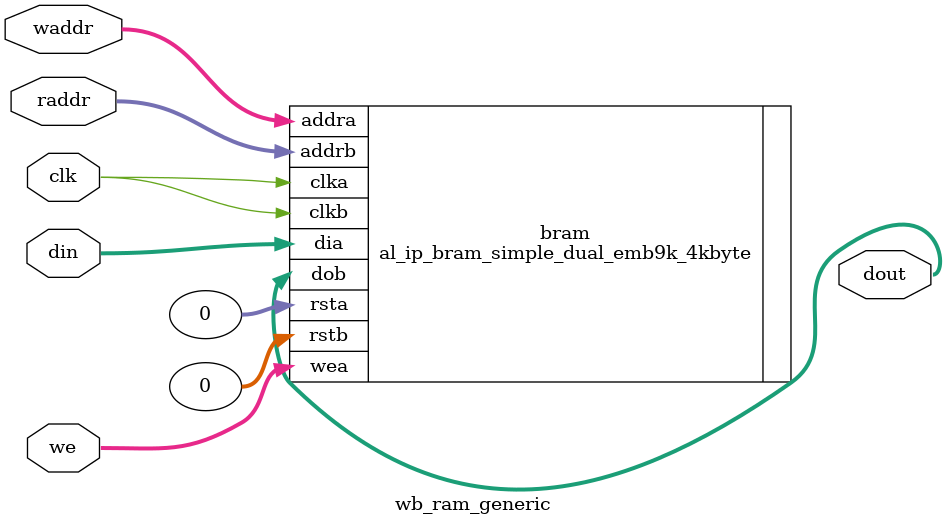
<source format=v>
module wb_ram_generic
  #(parameter depth=4096,
    parameter memfile = "")
  (input clk,
   input [3:0]	 we,
   input [31:0]  din,
   input [$clog2(depth)-1:0] 	 waddr,
   input [$clog2(depth)-1:0] 	 raddr,
   output [31:0] dout);

   al_ip_bram_simple_dual_emb9k_4kbyte bram(
      .dia(din),
      .addra(waddr),
      .clka(clk),
      .rsta(0),
      .wea(we),

      .dob(dout),
      .addrb(raddr),
      .clkb(clk),
      .rstb(0)
   );

endmodule

</source>
